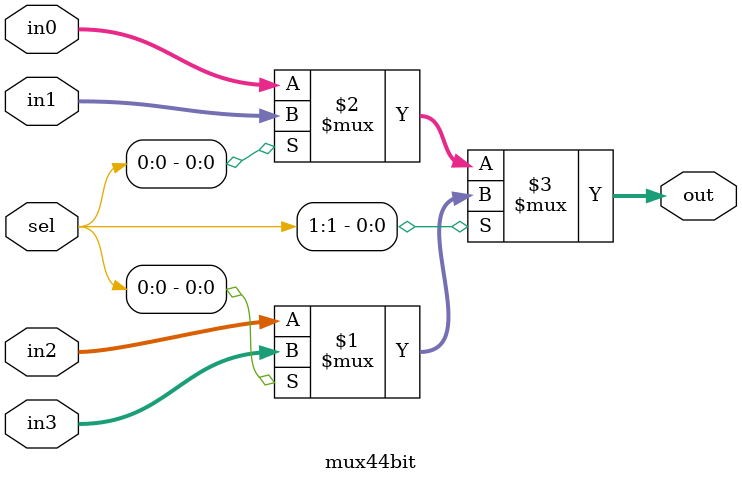
<source format=v>
module mux44bit(input wire [3:0]in0,
				  input wire [3:0]in1,
				  input wire [3:0]in2,
				  input wire [3:0]in3,
				  input wire [1:0]sel,
				  output wire [3:0]out
				  );
assign out = sel[1] ? (sel[0] ? in3 : in2) : (sel[0] ? in1 : in0);
endmodule 
</source>
